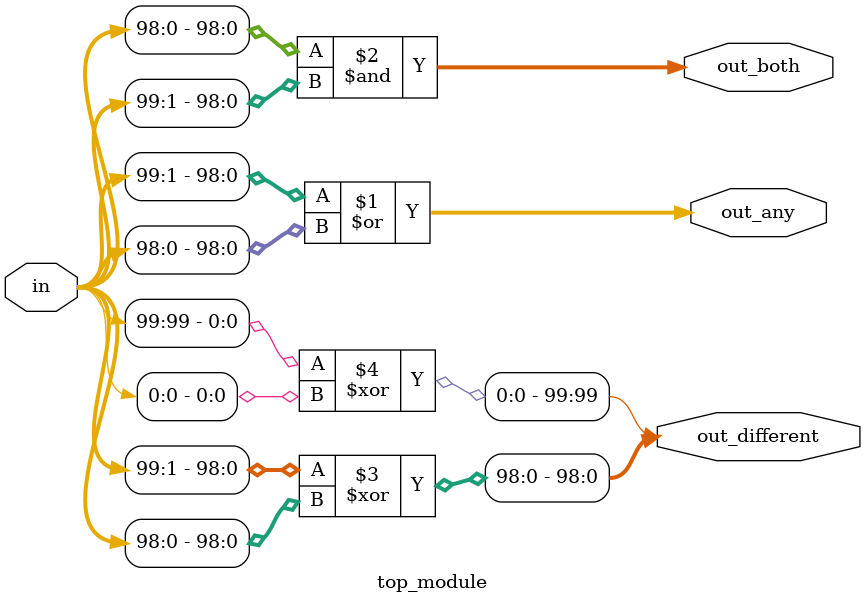
<source format=v>
module top_module( 
    input [99:0] in,
    output [98:0] out_both,
    output [99:1] out_any,
    output [99:0] out_different );

    assign out_any=in[99:1] | in[98:0];
    assign out_both=in[98:0] & in[99:1];
    assign out_different[98:0]=in[99:1] ^ in[98:0];
    assign out_different[99]=in[99] ^ in[0];
    
endmodule

</source>
